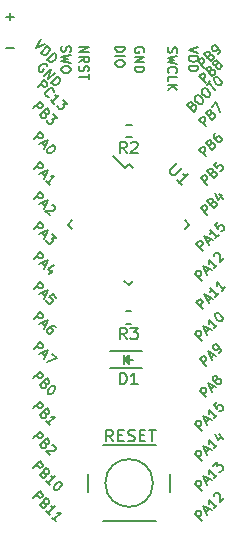
<source format=gto>
G04 #@! TF.FileFunction,Legend,Top*
%FSLAX46Y46*%
G04 Gerber Fmt 4.6, Leading zero omitted, Abs format (unit mm)*
G04 Created by KiCad (PCBNEW 4.0.4+e1-6308~48~ubuntu16.04.1-stable) date Wed Oct 26 20:21:12 2016*
%MOMM*%
%LPD*%
G01*
G04 APERTURE LIST*
%ADD10C,0.101600*%
%ADD11C,0.150000*%
G04 APERTURE END LIST*
D10*
D11*
X197954565Y-122851246D02*
X197388880Y-122285561D01*
X197604379Y-122070061D01*
X197685191Y-122043123D01*
X197739066Y-122043123D01*
X197819878Y-122070061D01*
X197900690Y-122150873D01*
X197927628Y-122231685D01*
X197927628Y-122285560D01*
X197900690Y-122366372D01*
X197685190Y-122581872D01*
X198331688Y-122150873D02*
X198601062Y-121881499D01*
X198439438Y-122366373D02*
X198062315Y-121612126D01*
X198816562Y-121989249D01*
X199301435Y-121504376D02*
X198978186Y-121827625D01*
X199139810Y-121666001D02*
X198574125Y-121100315D01*
X198601062Y-121235001D01*
X198601062Y-121342752D01*
X198574125Y-121423563D01*
X199005123Y-120777066D02*
X199005123Y-120723191D01*
X199032061Y-120642379D01*
X199166748Y-120507692D01*
X199247560Y-120480755D01*
X199301435Y-120480754D01*
X199382247Y-120507692D01*
X199436122Y-120561566D01*
X199489997Y-120669316D01*
X199489997Y-121315814D01*
X199840183Y-120965628D01*
X197954565Y-120311246D02*
X197388880Y-119745561D01*
X197604379Y-119530061D01*
X197685191Y-119503123D01*
X197739066Y-119503123D01*
X197819878Y-119530061D01*
X197900690Y-119610873D01*
X197927628Y-119691685D01*
X197927628Y-119745560D01*
X197900690Y-119826372D01*
X197685190Y-120041872D01*
X198331688Y-119610873D02*
X198601062Y-119341499D01*
X198439438Y-119826373D02*
X198062315Y-119072126D01*
X198816562Y-119449249D01*
X199301435Y-118964376D02*
X198978186Y-119287625D01*
X199139810Y-119126001D02*
X198574125Y-118560315D01*
X198601062Y-118695001D01*
X198601062Y-118802752D01*
X198574125Y-118883563D01*
X198924312Y-118210128D02*
X199274498Y-117859942D01*
X199301435Y-118264004D01*
X199382247Y-118183191D01*
X199463059Y-118156254D01*
X199516934Y-118156253D01*
X199597747Y-118183191D01*
X199732434Y-118317878D01*
X199759371Y-118398690D01*
X199759371Y-118452566D01*
X199732434Y-118533377D01*
X199570809Y-118695002D01*
X199489997Y-118721939D01*
X199436122Y-118721939D01*
X197954565Y-117771246D02*
X197388880Y-117205561D01*
X197604379Y-116990061D01*
X197685191Y-116963123D01*
X197739066Y-116963123D01*
X197819878Y-116990061D01*
X197900690Y-117070873D01*
X197927628Y-117151685D01*
X197927628Y-117205560D01*
X197900690Y-117286372D01*
X197685190Y-117501872D01*
X198331688Y-117070873D02*
X198601062Y-116801499D01*
X198439438Y-117286373D02*
X198062315Y-116532126D01*
X198816562Y-116909249D01*
X199301435Y-116424376D02*
X198978186Y-116747625D01*
X199139810Y-116586001D02*
X198574125Y-116020315D01*
X198601062Y-116155001D01*
X198601062Y-116262752D01*
X198574125Y-116343563D01*
X199409184Y-115562379D02*
X199786308Y-115939503D01*
X199058999Y-115481567D02*
X199328372Y-116020315D01*
X199678558Y-115670128D01*
X197954565Y-115231246D02*
X197388880Y-114665561D01*
X197604379Y-114450061D01*
X197685191Y-114423123D01*
X197739066Y-114423123D01*
X197819878Y-114450061D01*
X197900690Y-114530873D01*
X197927628Y-114611685D01*
X197927628Y-114665560D01*
X197900690Y-114746372D01*
X197685190Y-114961872D01*
X198331688Y-114530873D02*
X198601062Y-114261499D01*
X198439438Y-114746373D02*
X198062315Y-113992126D01*
X198816562Y-114369249D01*
X199301435Y-113884376D02*
X198978186Y-114207625D01*
X199139810Y-114046001D02*
X198574125Y-113480315D01*
X198601062Y-113615001D01*
X198601062Y-113722752D01*
X198574125Y-113803563D01*
X199247561Y-112806880D02*
X198978186Y-113076254D01*
X199220623Y-113372565D01*
X199220623Y-113318690D01*
X199247561Y-113237878D01*
X199382247Y-113103191D01*
X199463059Y-113076254D01*
X199516934Y-113076253D01*
X199597747Y-113103191D01*
X199732434Y-113237878D01*
X199759371Y-113318690D01*
X199759371Y-113372566D01*
X199732434Y-113453377D01*
X199597747Y-113588064D01*
X199516934Y-113615002D01*
X199463059Y-113615001D01*
X198350939Y-112421872D02*
X197785254Y-111856186D01*
X198000753Y-111640687D01*
X198081566Y-111613749D01*
X198135440Y-111613749D01*
X198216253Y-111640687D01*
X198297064Y-111721499D01*
X198324002Y-111802311D01*
X198324002Y-111856185D01*
X198297064Y-111936998D01*
X198081565Y-112152497D01*
X198728063Y-111721499D02*
X198997437Y-111452125D01*
X198835812Y-111936999D02*
X198458689Y-111182751D01*
X199212936Y-111559874D01*
X199159061Y-110967252D02*
X199078249Y-110994190D01*
X199024374Y-110994189D01*
X198943562Y-110967252D01*
X198916625Y-110940315D01*
X198889687Y-110859502D01*
X198889687Y-110805628D01*
X198916625Y-110724815D01*
X199024374Y-110617066D01*
X199105186Y-110590128D01*
X199159061Y-110590128D01*
X199239874Y-110617066D01*
X199266811Y-110644003D01*
X199293748Y-110724815D01*
X199293748Y-110778690D01*
X199266811Y-110859502D01*
X199159061Y-110967252D01*
X199132123Y-111048064D01*
X199132123Y-111101939D01*
X199159061Y-111182751D01*
X199266811Y-111290501D01*
X199347623Y-111317438D01*
X199401498Y-111317439D01*
X199482310Y-111290501D01*
X199590060Y-111182751D01*
X199616997Y-111101939D01*
X199616997Y-111048064D01*
X199590060Y-110967252D01*
X199482310Y-110859502D01*
X199401498Y-110832564D01*
X199347623Y-110832565D01*
X199266811Y-110859502D01*
X198350939Y-109754872D02*
X197785254Y-109189186D01*
X198000753Y-108973687D01*
X198081566Y-108946749D01*
X198135440Y-108946749D01*
X198216253Y-108973687D01*
X198297064Y-109054499D01*
X198324002Y-109135311D01*
X198324002Y-109189185D01*
X198297064Y-109269998D01*
X198081565Y-109485497D01*
X198728063Y-109054499D02*
X198997437Y-108785125D01*
X198835812Y-109269999D02*
X198458689Y-108515751D01*
X199212936Y-108892874D01*
X199428435Y-108677376D02*
X199536185Y-108569626D01*
X199563123Y-108488814D01*
X199563122Y-108434939D01*
X199536185Y-108300252D01*
X199455373Y-108165565D01*
X199239874Y-107950066D01*
X199159061Y-107923128D01*
X199105186Y-107923128D01*
X199024374Y-107950066D01*
X198916625Y-108057815D01*
X198889687Y-108138628D01*
X198889687Y-108192502D01*
X198916625Y-108273315D01*
X199051312Y-108408001D01*
X199132123Y-108434939D01*
X199185999Y-108434939D01*
X199266811Y-108408001D01*
X199374561Y-108300252D01*
X199401498Y-108219440D01*
X199401498Y-108165564D01*
X199374561Y-108084753D01*
X197954565Y-107611246D02*
X197388880Y-107045561D01*
X197604379Y-106830061D01*
X197685191Y-106803123D01*
X197739066Y-106803123D01*
X197819878Y-106830061D01*
X197900690Y-106910873D01*
X197927628Y-106991685D01*
X197927628Y-107045560D01*
X197900690Y-107126372D01*
X197685190Y-107341872D01*
X198331688Y-106910873D02*
X198601062Y-106641499D01*
X198439438Y-107126373D02*
X198062315Y-106372126D01*
X198816562Y-106749249D01*
X199301435Y-106264376D02*
X198978186Y-106587625D01*
X199139810Y-106426001D02*
X198574125Y-105860315D01*
X198601062Y-105995001D01*
X198601062Y-106102752D01*
X198574125Y-106183563D01*
X199085936Y-105348504D02*
X199139811Y-105294629D01*
X199220623Y-105267692D01*
X199274497Y-105267692D01*
X199355310Y-105294629D01*
X199489997Y-105375442D01*
X199624684Y-105510128D01*
X199705496Y-105644815D01*
X199732433Y-105725628D01*
X199732434Y-105779503D01*
X199705496Y-105860315D01*
X199651621Y-105914190D01*
X199570810Y-105941127D01*
X199516934Y-105941127D01*
X199436122Y-105914190D01*
X199301435Y-105833377D01*
X199166748Y-105698690D01*
X199085936Y-105564004D01*
X199058998Y-105483191D01*
X199058999Y-105429316D01*
X199085936Y-105348504D01*
X198081565Y-104944246D02*
X197515880Y-104378561D01*
X197731379Y-104163061D01*
X197812191Y-104136123D01*
X197866066Y-104136123D01*
X197946878Y-104163061D01*
X198027690Y-104243873D01*
X198054628Y-104324685D01*
X198054628Y-104378560D01*
X198027690Y-104459372D01*
X197812190Y-104674872D01*
X198458688Y-104243873D02*
X198728062Y-103974499D01*
X198566438Y-104459373D02*
X198189315Y-103705126D01*
X198943562Y-104082249D01*
X199428435Y-103597376D02*
X199105186Y-103920625D01*
X199266810Y-103759001D02*
X198701125Y-103193315D01*
X198728062Y-103328001D01*
X198728062Y-103435752D01*
X198701125Y-103516563D01*
X199967183Y-103058628D02*
X199643934Y-103381877D01*
X199805558Y-103220253D02*
X199239873Y-102654567D01*
X199266810Y-102789253D01*
X199266810Y-102897004D01*
X199239873Y-102977815D01*
X197954565Y-102531246D02*
X197388880Y-101965561D01*
X197604379Y-101750061D01*
X197685191Y-101723123D01*
X197739066Y-101723123D01*
X197819878Y-101750061D01*
X197900690Y-101830873D01*
X197927628Y-101911685D01*
X197927628Y-101965560D01*
X197900690Y-102046372D01*
X197685190Y-102261872D01*
X198331688Y-101830873D02*
X198601062Y-101561499D01*
X198439438Y-102046373D02*
X198062315Y-101292126D01*
X198816562Y-101669249D01*
X199301435Y-101184376D02*
X198978186Y-101507625D01*
X199139810Y-101346001D02*
X198574125Y-100780315D01*
X198601062Y-100915001D01*
X198601062Y-101022752D01*
X198574125Y-101103563D01*
X199005123Y-100457066D02*
X199005123Y-100403191D01*
X199032061Y-100322379D01*
X199166748Y-100187692D01*
X199247560Y-100160755D01*
X199301435Y-100160754D01*
X199382247Y-100187692D01*
X199436122Y-100241566D01*
X199489997Y-100349316D01*
X199489997Y-100995814D01*
X199840183Y-100645628D01*
X198081565Y-99991246D02*
X197515880Y-99425561D01*
X197731379Y-99210061D01*
X197812191Y-99183123D01*
X197866066Y-99183123D01*
X197946878Y-99210061D01*
X198027690Y-99290873D01*
X198054628Y-99371685D01*
X198054628Y-99425560D01*
X198027690Y-99506372D01*
X197812190Y-99721872D01*
X198458688Y-99290873D02*
X198728062Y-99021499D01*
X198566438Y-99506373D02*
X198189315Y-98752126D01*
X198943562Y-99129249D01*
X199428435Y-98644376D02*
X199105186Y-98967625D01*
X199266810Y-98806001D02*
X198701125Y-98240315D01*
X198728062Y-98375001D01*
X198728062Y-98482752D01*
X198701125Y-98563563D01*
X199374561Y-97566880D02*
X199105186Y-97836254D01*
X199347623Y-98132565D01*
X199347623Y-98078690D01*
X199374561Y-97997878D01*
X199509247Y-97863191D01*
X199590059Y-97836254D01*
X199643934Y-97836253D01*
X199724747Y-97863191D01*
X199859434Y-97997878D01*
X199886371Y-98078690D01*
X199886371Y-98132566D01*
X199859434Y-98213377D01*
X199724747Y-98348064D01*
X199643934Y-98375002D01*
X199590059Y-98375001D01*
X198437533Y-96968278D02*
X197871848Y-96402592D01*
X198087347Y-96187093D01*
X198168159Y-96160155D01*
X198222034Y-96160155D01*
X198302846Y-96187093D01*
X198383658Y-96267905D01*
X198410596Y-96348717D01*
X198410596Y-96402592D01*
X198383658Y-96483404D01*
X198168159Y-96698903D01*
X198895469Y-95917719D02*
X199003219Y-95863843D01*
X199057094Y-95863844D01*
X199137905Y-95890781D01*
X199218718Y-95971594D01*
X199245655Y-96052405D01*
X199245656Y-96106281D01*
X199218718Y-96187093D01*
X199003219Y-96402592D01*
X198437533Y-95836907D01*
X198626095Y-95648345D01*
X198706907Y-95621408D01*
X198760782Y-95621407D01*
X198841595Y-95648345D01*
X198895469Y-95702219D01*
X198922407Y-95783032D01*
X198922406Y-95836907D01*
X198895469Y-95917719D01*
X198706907Y-96106281D01*
X199434216Y-95217346D02*
X199811341Y-95594470D01*
X199084031Y-95136535D02*
X199353405Y-95675282D01*
X199703591Y-95325096D01*
X198437533Y-94428278D02*
X197871848Y-93862592D01*
X198087347Y-93647093D01*
X198168159Y-93620155D01*
X198222034Y-93620155D01*
X198302846Y-93647093D01*
X198383658Y-93727905D01*
X198410596Y-93808717D01*
X198410596Y-93862592D01*
X198383658Y-93943404D01*
X198168159Y-94158903D01*
X198895469Y-93377719D02*
X199003219Y-93323843D01*
X199057094Y-93323844D01*
X199137905Y-93350781D01*
X199218718Y-93431594D01*
X199245655Y-93512405D01*
X199245656Y-93566281D01*
X199218718Y-93647093D01*
X199003219Y-93862592D01*
X198437533Y-93296907D01*
X198626095Y-93108345D01*
X198706907Y-93081408D01*
X198760782Y-93081407D01*
X198841595Y-93108345D01*
X198895469Y-93162219D01*
X198922407Y-93243032D01*
X198922406Y-93296907D01*
X198895469Y-93377719D01*
X198706907Y-93566281D01*
X199272593Y-92461847D02*
X199003219Y-92731222D01*
X199245655Y-93027532D01*
X199245655Y-92973658D01*
X199272593Y-92892846D01*
X199407280Y-92758159D01*
X199488092Y-92731222D01*
X199541967Y-92731221D01*
X199622779Y-92758159D01*
X199757466Y-92892846D01*
X199784403Y-92973657D01*
X199784403Y-93027533D01*
X199757466Y-93108345D01*
X199622779Y-93243032D01*
X199541967Y-93269970D01*
X199488092Y-93269969D01*
X184340532Y-82120973D02*
X183963409Y-82875220D01*
X184717657Y-82498097D01*
X184340532Y-83252343D02*
X184906218Y-82686658D01*
X185040905Y-82821345D01*
X185094780Y-82929095D01*
X185094781Y-83036844D01*
X185067843Y-83117657D01*
X184987030Y-83252343D01*
X184906218Y-83333156D01*
X184771531Y-83413968D01*
X184690719Y-83440905D01*
X184582969Y-83440905D01*
X184475219Y-83387030D01*
X184340532Y-83252343D01*
X184906218Y-83818029D02*
X185471903Y-83252343D01*
X185606590Y-83387030D01*
X185660465Y-83494780D01*
X185660466Y-83602530D01*
X185633528Y-83683342D01*
X185552716Y-83818029D01*
X185471903Y-83898841D01*
X185337216Y-83979654D01*
X185256405Y-84006591D01*
X185148654Y-84006591D01*
X185040905Y-83952716D01*
X184906218Y-83818029D01*
X198310533Y-92015278D02*
X197744848Y-91449592D01*
X197960347Y-91234093D01*
X198041159Y-91207155D01*
X198095034Y-91207155D01*
X198175846Y-91234093D01*
X198256658Y-91314905D01*
X198283596Y-91395717D01*
X198283596Y-91449592D01*
X198256658Y-91530404D01*
X198041159Y-91745903D01*
X198768469Y-90964719D02*
X198876219Y-90910843D01*
X198930094Y-90910844D01*
X199010905Y-90937781D01*
X199091718Y-91018594D01*
X199118655Y-91099405D01*
X199118656Y-91153281D01*
X199091718Y-91234093D01*
X198876219Y-91449592D01*
X198310533Y-90883907D01*
X198499095Y-90695345D01*
X198579907Y-90668408D01*
X198633782Y-90668407D01*
X198714595Y-90695345D01*
X198768469Y-90749219D01*
X198795407Y-90830032D01*
X198795406Y-90883907D01*
X198768469Y-90964719D01*
X198579907Y-91153281D01*
X199118655Y-90075785D02*
X199010905Y-90183535D01*
X198983968Y-90264346D01*
X198983968Y-90318221D01*
X199010905Y-90452908D01*
X199091718Y-90587595D01*
X199307217Y-90803095D01*
X199388029Y-90830032D01*
X199441904Y-90830032D01*
X199522716Y-90803095D01*
X199630466Y-90695345D01*
X199657403Y-90614533D01*
X199657403Y-90560657D01*
X199630466Y-90479846D01*
X199495779Y-90345159D01*
X199414967Y-90318221D01*
X199361092Y-90318222D01*
X199280280Y-90345159D01*
X199172530Y-90452908D01*
X199145592Y-90533721D01*
X199145592Y-90587595D01*
X199172530Y-90668408D01*
X198310533Y-89475278D02*
X197744848Y-88909592D01*
X197960347Y-88694093D01*
X198041159Y-88667155D01*
X198095034Y-88667155D01*
X198175846Y-88694093D01*
X198256658Y-88774905D01*
X198283596Y-88855717D01*
X198283596Y-88909592D01*
X198256658Y-88990404D01*
X198041159Y-89205903D01*
X198768469Y-88424719D02*
X198876219Y-88370843D01*
X198930094Y-88370844D01*
X199010905Y-88397781D01*
X199091718Y-88478594D01*
X199118655Y-88559405D01*
X199118656Y-88613281D01*
X199091718Y-88694093D01*
X198876219Y-88909592D01*
X198310533Y-88343907D01*
X198499095Y-88155345D01*
X198579907Y-88128408D01*
X198633782Y-88128407D01*
X198714595Y-88155345D01*
X198768469Y-88209219D01*
X198795407Y-88290032D01*
X198795406Y-88343907D01*
X198768469Y-88424719D01*
X198579907Y-88613281D01*
X198822344Y-87832096D02*
X199199468Y-87454973D01*
X199522716Y-88263095D01*
X197169504Y-87737683D02*
X197277254Y-87683808D01*
X197331129Y-87683809D01*
X197411941Y-87710746D01*
X197492753Y-87791558D01*
X197519690Y-87872370D01*
X197519691Y-87926245D01*
X197492753Y-88007058D01*
X197277254Y-88222557D01*
X196711569Y-87656872D01*
X196900131Y-87468310D01*
X196980942Y-87441372D01*
X197034817Y-87441372D01*
X197115630Y-87468310D01*
X197169504Y-87522184D01*
X197196442Y-87602996D01*
X197196442Y-87656872D01*
X197169504Y-87737683D01*
X196980942Y-87926245D01*
X197385004Y-86983437D02*
X197492753Y-86875687D01*
X197573566Y-86848749D01*
X197681315Y-86848749D01*
X197816001Y-86929561D01*
X198004563Y-87118123D01*
X198085376Y-87252810D01*
X198085377Y-87360560D01*
X198058439Y-87441372D01*
X197950689Y-87549122D01*
X197869877Y-87576059D01*
X197762127Y-87576059D01*
X197627440Y-87495247D01*
X197438878Y-87306685D01*
X197358066Y-87171998D01*
X197358066Y-87064248D01*
X197385004Y-86983437D01*
X197977626Y-86390814D02*
X198085376Y-86283064D01*
X198166188Y-86256126D01*
X198273937Y-86256126D01*
X198408624Y-86336939D01*
X198597186Y-86525501D01*
X198677999Y-86660188D01*
X198677999Y-86767937D01*
X198651061Y-86848750D01*
X198543312Y-86956499D01*
X198462500Y-86983437D01*
X198354750Y-86983437D01*
X198220063Y-86902624D01*
X198031501Y-86714062D01*
X197950688Y-86579375D01*
X197950689Y-86471626D01*
X197977626Y-86390814D01*
X198381687Y-85986753D02*
X198704936Y-85663504D01*
X199108997Y-86390814D02*
X198543312Y-85825128D01*
X199001247Y-85367193D02*
X199055123Y-85313317D01*
X199135934Y-85286380D01*
X199189809Y-85286380D01*
X199270622Y-85313317D01*
X199405309Y-85394130D01*
X199539996Y-85528817D01*
X199620808Y-85663504D01*
X199647745Y-85744316D01*
X199647745Y-85798191D01*
X199620808Y-85879003D01*
X199566933Y-85932878D01*
X199486121Y-85959815D01*
X199432245Y-85959815D01*
X199351434Y-85932878D01*
X199216747Y-85852066D01*
X199082060Y-85717379D01*
X199001247Y-85582692D01*
X198974310Y-85501880D01*
X198974310Y-85448004D01*
X199001247Y-85367193D01*
X198310533Y-85792278D02*
X197744848Y-85226592D01*
X197960347Y-85011093D01*
X198041159Y-84984155D01*
X198095034Y-84984155D01*
X198175846Y-85011093D01*
X198256658Y-85091905D01*
X198283596Y-85172717D01*
X198283596Y-85226592D01*
X198256658Y-85307404D01*
X198041159Y-85522903D01*
X198768469Y-84741719D02*
X198876219Y-84687843D01*
X198930094Y-84687844D01*
X199010905Y-84714781D01*
X199091718Y-84795594D01*
X199118655Y-84876405D01*
X199118656Y-84930281D01*
X199091718Y-85011093D01*
X198876219Y-85226592D01*
X198310533Y-84660907D01*
X198499095Y-84472345D01*
X198579907Y-84445408D01*
X198633782Y-84445407D01*
X198714595Y-84472345D01*
X198768469Y-84526219D01*
X198795407Y-84607032D01*
X198795406Y-84660907D01*
X198768469Y-84741719D01*
X198579907Y-84930281D01*
X199199468Y-84256846D02*
X199118655Y-84283784D01*
X199064780Y-84283783D01*
X198983968Y-84256846D01*
X198957031Y-84229908D01*
X198930093Y-84149096D01*
X198930093Y-84095222D01*
X198957031Y-84014409D01*
X199064781Y-83906659D01*
X199145592Y-83879722D01*
X199199468Y-83879722D01*
X199280280Y-83906659D01*
X199307217Y-83933597D01*
X199334154Y-84014408D01*
X199334154Y-84068284D01*
X199307217Y-84149096D01*
X199199468Y-84256846D01*
X199172530Y-84337658D01*
X199172530Y-84391532D01*
X199199468Y-84472345D01*
X199307217Y-84580095D01*
X199388029Y-84607032D01*
X199441904Y-84607032D01*
X199522716Y-84580095D01*
X199630466Y-84472345D01*
X199657403Y-84391533D01*
X199657403Y-84337657D01*
X199630466Y-84256846D01*
X199522716Y-84149096D01*
X199441904Y-84122158D01*
X199388029Y-84122159D01*
X199307217Y-84149096D01*
X198183533Y-84522278D02*
X197617848Y-83956592D01*
X197833347Y-83741093D01*
X197914159Y-83714155D01*
X197968034Y-83714155D01*
X198048846Y-83741093D01*
X198129658Y-83821905D01*
X198156596Y-83902717D01*
X198156596Y-83956592D01*
X198129658Y-84037404D01*
X197914159Y-84252903D01*
X198641469Y-83471719D02*
X198749219Y-83417843D01*
X198803094Y-83417844D01*
X198883905Y-83444781D01*
X198964718Y-83525594D01*
X198991655Y-83606405D01*
X198991656Y-83660281D01*
X198964718Y-83741093D01*
X198749219Y-83956592D01*
X198183533Y-83390907D01*
X198372095Y-83202345D01*
X198452907Y-83175408D01*
X198506782Y-83175407D01*
X198587595Y-83202345D01*
X198641469Y-83256219D01*
X198668407Y-83337032D01*
X198668406Y-83390907D01*
X198641469Y-83471719D01*
X198452907Y-83660281D01*
X199341841Y-83363970D02*
X199449591Y-83256220D01*
X199476529Y-83175408D01*
X199476528Y-83121532D01*
X199449592Y-82986846D01*
X199368779Y-82852159D01*
X199153280Y-82636659D01*
X199072468Y-82609722D01*
X199018592Y-82609722D01*
X198937781Y-82636659D01*
X198830031Y-82744409D01*
X198803093Y-82825222D01*
X198803093Y-82879096D01*
X198830031Y-82959908D01*
X198964718Y-83094595D01*
X199045530Y-83121532D01*
X199099405Y-83121533D01*
X199180217Y-83094595D01*
X199287967Y-82986846D01*
X199314904Y-82906034D01*
X199314904Y-82852158D01*
X199287967Y-82771346D01*
X181432238Y-82861143D02*
X182041762Y-82861143D01*
X197669095Y-82753333D02*
X196869095Y-83020000D01*
X197669095Y-83286667D01*
X196869095Y-83553333D02*
X197669095Y-83553333D01*
X197669095Y-83743809D01*
X197631000Y-83858095D01*
X197554810Y-83934286D01*
X197478619Y-83972381D01*
X197326238Y-84010476D01*
X197211952Y-84010476D01*
X197059571Y-83972381D01*
X196983381Y-83934286D01*
X196907190Y-83858095D01*
X196869095Y-83743809D01*
X196869095Y-83553333D01*
X196869095Y-84353333D02*
X197669095Y-84353333D01*
X197669095Y-84543809D01*
X197631000Y-84658095D01*
X197554810Y-84734286D01*
X197478619Y-84772381D01*
X197326238Y-84810476D01*
X197211952Y-84810476D01*
X197059571Y-84772381D01*
X196983381Y-84734286D01*
X196907190Y-84658095D01*
X196869095Y-84543809D01*
X196869095Y-84353333D01*
X193059000Y-83210477D02*
X193097095Y-83134286D01*
X193097095Y-83020001D01*
X193059000Y-82905715D01*
X192982810Y-82829524D01*
X192906619Y-82791429D01*
X192754238Y-82753334D01*
X192639952Y-82753334D01*
X192487571Y-82791429D01*
X192411381Y-82829524D01*
X192335190Y-82905715D01*
X192297095Y-83020001D01*
X192297095Y-83096191D01*
X192335190Y-83210477D01*
X192373286Y-83248572D01*
X192639952Y-83248572D01*
X192639952Y-83096191D01*
X192297095Y-83591429D02*
X193097095Y-83591429D01*
X192297095Y-84048572D01*
X193097095Y-84048572D01*
X192297095Y-84429524D02*
X193097095Y-84429524D01*
X193097095Y-84620000D01*
X193059000Y-84734286D01*
X192982810Y-84810477D01*
X192906619Y-84848572D01*
X192754238Y-84886667D01*
X192639952Y-84886667D01*
X192487571Y-84848572D01*
X192411381Y-84810477D01*
X192335190Y-84734286D01*
X192297095Y-84620000D01*
X192297095Y-84429524D01*
X195129190Y-82772476D02*
X195091095Y-82886762D01*
X195091095Y-83077238D01*
X195129190Y-83153428D01*
X195167286Y-83191524D01*
X195243476Y-83229619D01*
X195319667Y-83229619D01*
X195395857Y-83191524D01*
X195433952Y-83153428D01*
X195472048Y-83077238D01*
X195510143Y-82924857D01*
X195548238Y-82848666D01*
X195586333Y-82810571D01*
X195662524Y-82772476D01*
X195738714Y-82772476D01*
X195814905Y-82810571D01*
X195853000Y-82848666D01*
X195891095Y-82924857D01*
X195891095Y-83115333D01*
X195853000Y-83229619D01*
X195891095Y-83496286D02*
X195091095Y-83686762D01*
X195662524Y-83839143D01*
X195091095Y-83991524D01*
X195891095Y-84182000D01*
X195167286Y-84943905D02*
X195129190Y-84905810D01*
X195091095Y-84791524D01*
X195091095Y-84715334D01*
X195129190Y-84601048D01*
X195205381Y-84524857D01*
X195281571Y-84486762D01*
X195433952Y-84448667D01*
X195548238Y-84448667D01*
X195700619Y-84486762D01*
X195776810Y-84524857D01*
X195853000Y-84601048D01*
X195891095Y-84715334D01*
X195891095Y-84791524D01*
X195853000Y-84905810D01*
X195814905Y-84943905D01*
X195091095Y-85667715D02*
X195091095Y-85286762D01*
X195891095Y-85286762D01*
X195091095Y-85934381D02*
X195891095Y-85934381D01*
X195091095Y-86391524D02*
X195548238Y-86048667D01*
X195891095Y-86391524D02*
X195433952Y-85934381D01*
X190646095Y-82746953D02*
X191446095Y-82746953D01*
X191446095Y-82937429D01*
X191408000Y-83051715D01*
X191331810Y-83127906D01*
X191255619Y-83166001D01*
X191103238Y-83204096D01*
X190988952Y-83204096D01*
X190836571Y-83166001D01*
X190760381Y-83127906D01*
X190684190Y-83051715D01*
X190646095Y-82937429D01*
X190646095Y-82746953D01*
X190646095Y-83546953D02*
X191446095Y-83546953D01*
X191446095Y-84080286D02*
X191446095Y-84232667D01*
X191408000Y-84308858D01*
X191331810Y-84385048D01*
X191179429Y-84423143D01*
X190912762Y-84423143D01*
X190760381Y-84385048D01*
X190684190Y-84308858D01*
X190646095Y-84232667D01*
X190646095Y-84080286D01*
X190684190Y-84004096D01*
X190760381Y-83927905D01*
X190912762Y-83889810D01*
X191179429Y-83889810D01*
X191331810Y-83927905D01*
X191408000Y-84004096D01*
X191446095Y-84080286D01*
X187598095Y-82759714D02*
X188398095Y-82759714D01*
X187598095Y-83216857D01*
X188398095Y-83216857D01*
X187598095Y-84054952D02*
X187979048Y-83788285D01*
X187598095Y-83597809D02*
X188398095Y-83597809D01*
X188398095Y-83902571D01*
X188360000Y-83978762D01*
X188321905Y-84016857D01*
X188245714Y-84054952D01*
X188131429Y-84054952D01*
X188055238Y-84016857D01*
X188017143Y-83978762D01*
X187979048Y-83902571D01*
X187979048Y-83597809D01*
X187636190Y-84359714D02*
X187598095Y-84474000D01*
X187598095Y-84664476D01*
X187636190Y-84740666D01*
X187674286Y-84778762D01*
X187750476Y-84816857D01*
X187826667Y-84816857D01*
X187902857Y-84778762D01*
X187940952Y-84740666D01*
X187979048Y-84664476D01*
X188017143Y-84512095D01*
X188055238Y-84435904D01*
X188093333Y-84397809D01*
X188169524Y-84359714D01*
X188245714Y-84359714D01*
X188321905Y-84397809D01*
X188360000Y-84435904D01*
X188398095Y-84512095D01*
X188398095Y-84702571D01*
X188360000Y-84816857D01*
X188398095Y-85045428D02*
X188398095Y-85502571D01*
X187598095Y-85274000D02*
X188398095Y-85274000D01*
X186112190Y-82715238D02*
X186074095Y-82829524D01*
X186074095Y-83020000D01*
X186112190Y-83096190D01*
X186150286Y-83134286D01*
X186226476Y-83172381D01*
X186302667Y-83172381D01*
X186378857Y-83134286D01*
X186416952Y-83096190D01*
X186455048Y-83020000D01*
X186493143Y-82867619D01*
X186531238Y-82791428D01*
X186569333Y-82753333D01*
X186645524Y-82715238D01*
X186721714Y-82715238D01*
X186797905Y-82753333D01*
X186836000Y-82791428D01*
X186874095Y-82867619D01*
X186874095Y-83058095D01*
X186836000Y-83172381D01*
X186874095Y-83439048D02*
X186074095Y-83629524D01*
X186645524Y-83781905D01*
X186074095Y-83934286D01*
X186874095Y-84124762D01*
X186874095Y-84581905D02*
X186874095Y-84734286D01*
X186836000Y-84810477D01*
X186759810Y-84886667D01*
X186607429Y-84924762D01*
X186340762Y-84924762D01*
X186188381Y-84886667D01*
X186112190Y-84810477D01*
X186074095Y-84734286D01*
X186074095Y-84581905D01*
X186112190Y-84505715D01*
X186188381Y-84429524D01*
X186340762Y-84391429D01*
X186607429Y-84391429D01*
X186759810Y-84429524D01*
X186836000Y-84505715D01*
X186874095Y-84581905D01*
X181432238Y-80194143D02*
X182041762Y-80194143D01*
X181737000Y-80498905D02*
X181737000Y-79889381D01*
X184890845Y-84376159D02*
X184863907Y-84295347D01*
X184783095Y-84214535D01*
X184675346Y-84160660D01*
X184567596Y-84160659D01*
X184486784Y-84187597D01*
X184352097Y-84268410D01*
X184271284Y-84349222D01*
X184190472Y-84483909D01*
X184163535Y-84564721D01*
X184163535Y-84672471D01*
X184217410Y-84780221D01*
X184271284Y-84834095D01*
X184379034Y-84887970D01*
X184432909Y-84887970D01*
X184621470Y-84699408D01*
X184513721Y-84591659D01*
X184621470Y-85184281D02*
X185187156Y-84618596D01*
X184944719Y-85507530D01*
X185510405Y-84941845D01*
X185214093Y-85776904D02*
X185779778Y-85211219D01*
X185914465Y-85345905D01*
X185968341Y-85453655D01*
X185968341Y-85561405D01*
X185941403Y-85642217D01*
X185860591Y-85776904D01*
X185779778Y-85857716D01*
X185645092Y-85938529D01*
X185564280Y-85965466D01*
X185456530Y-85965466D01*
X185348780Y-85911591D01*
X185214093Y-85776904D01*
X184067348Y-86154159D02*
X184633033Y-85588473D01*
X184848532Y-85803973D01*
X184875470Y-85884785D01*
X184875470Y-85938659D01*
X184848532Y-86019472D01*
X184767721Y-86100284D01*
X184686908Y-86127222D01*
X184633034Y-86127222D01*
X184552222Y-86100284D01*
X184336722Y-85884784D01*
X185010157Y-86989218D02*
X184956282Y-86989219D01*
X184848532Y-86935343D01*
X184794658Y-86881469D01*
X184740783Y-86773719D01*
X184740783Y-86665969D01*
X184767720Y-86585157D01*
X184848532Y-86450470D01*
X184929345Y-86369658D01*
X185064032Y-86288846D01*
X185144844Y-86261908D01*
X185252594Y-86261908D01*
X185360343Y-86315784D01*
X185414218Y-86369658D01*
X185468093Y-86477408D01*
X185468093Y-86531282D01*
X185495030Y-87581841D02*
X185171781Y-87258592D01*
X185333405Y-87420216D02*
X185899091Y-86854531D01*
X185764405Y-86881468D01*
X185656654Y-86881468D01*
X185575843Y-86854531D01*
X186249278Y-87204718D02*
X186599464Y-87554904D01*
X186195403Y-87581841D01*
X186276215Y-87662654D01*
X186303152Y-87743465D01*
X186303153Y-87797341D01*
X186276215Y-87878153D01*
X186141528Y-88012840D01*
X186060716Y-88039777D01*
X186006841Y-88039777D01*
X185926029Y-88012840D01*
X185764404Y-87851215D01*
X185737467Y-87770403D01*
X185737468Y-87716528D01*
X183701722Y-87947533D02*
X184267408Y-87381848D01*
X184482907Y-87597347D01*
X184509845Y-87678159D01*
X184509845Y-87732034D01*
X184482907Y-87812846D01*
X184402095Y-87893658D01*
X184321283Y-87920596D01*
X184267408Y-87920596D01*
X184186596Y-87893658D01*
X183971097Y-87678159D01*
X184752281Y-88405469D02*
X184806157Y-88513219D01*
X184806156Y-88567094D01*
X184779219Y-88647905D01*
X184698406Y-88728718D01*
X184617595Y-88755655D01*
X184563719Y-88755656D01*
X184482907Y-88728718D01*
X184267408Y-88513219D01*
X184833093Y-87947533D01*
X185021655Y-88136095D01*
X185048592Y-88216907D01*
X185048593Y-88270782D01*
X185021655Y-88351595D01*
X184967781Y-88405469D01*
X184886968Y-88432407D01*
X184833093Y-88432406D01*
X184752281Y-88405469D01*
X184563719Y-88216907D01*
X185344904Y-88459344D02*
X185695090Y-88809530D01*
X185291029Y-88836468D01*
X185371841Y-88917280D01*
X185398778Y-88998092D01*
X185398779Y-89051967D01*
X185371841Y-89132779D01*
X185237154Y-89267466D01*
X185156343Y-89294403D01*
X185102467Y-89294403D01*
X185021655Y-89267466D01*
X184860030Y-89105841D01*
X184833093Y-89025030D01*
X184833094Y-88971154D01*
X183686348Y-120952159D02*
X184252033Y-120386473D01*
X184467532Y-120601973D01*
X184494470Y-120682785D01*
X184494470Y-120736659D01*
X184467532Y-120817472D01*
X184386721Y-120898284D01*
X184305908Y-120925222D01*
X184252034Y-120925222D01*
X184171222Y-120898284D01*
X183955722Y-120682784D01*
X184736907Y-121410095D02*
X184790782Y-121517844D01*
X184790781Y-121571719D01*
X184763844Y-121652531D01*
X184683032Y-121733343D01*
X184602220Y-121760281D01*
X184548345Y-121760281D01*
X184467532Y-121733343D01*
X184252033Y-121517844D01*
X184817719Y-120952159D01*
X185006281Y-121140721D01*
X185033218Y-121221532D01*
X185033219Y-121275408D01*
X185006281Y-121356220D01*
X184952406Y-121410095D01*
X184871594Y-121437032D01*
X184817719Y-121437032D01*
X184736907Y-121410095D01*
X184548345Y-121221532D01*
X185114030Y-122379841D02*
X184790781Y-122056592D01*
X184952405Y-122218216D02*
X185518091Y-121652531D01*
X185383405Y-121679468D01*
X185275654Y-121679468D01*
X185194843Y-121652531D01*
X185652778Y-122918589D02*
X185329530Y-122595341D01*
X185491154Y-122756965D02*
X186056839Y-122191279D01*
X185922153Y-122218216D01*
X185814403Y-122218216D01*
X185733591Y-122191279D01*
X183686348Y-118412159D02*
X184252033Y-117846473D01*
X184467532Y-118061973D01*
X184494470Y-118142785D01*
X184494470Y-118196659D01*
X184467532Y-118277472D01*
X184386721Y-118358284D01*
X184305908Y-118385222D01*
X184252034Y-118385222D01*
X184171222Y-118358284D01*
X183955722Y-118142784D01*
X184736907Y-118870095D02*
X184790782Y-118977844D01*
X184790781Y-119031719D01*
X184763844Y-119112531D01*
X184683032Y-119193343D01*
X184602220Y-119220281D01*
X184548345Y-119220281D01*
X184467532Y-119193343D01*
X184252033Y-118977844D01*
X184817719Y-118412159D01*
X185006281Y-118600721D01*
X185033218Y-118681532D01*
X185033219Y-118735408D01*
X185006281Y-118816220D01*
X184952406Y-118870095D01*
X184871594Y-118897032D01*
X184817719Y-118897032D01*
X184736907Y-118870095D01*
X184548345Y-118681532D01*
X185114030Y-119839841D02*
X184790781Y-119516592D01*
X184952405Y-119678216D02*
X185518091Y-119112531D01*
X185383405Y-119139468D01*
X185275654Y-119139468D01*
X185194843Y-119112531D01*
X186029902Y-119624342D02*
X186083777Y-119678217D01*
X186110714Y-119759029D01*
X186110714Y-119812903D01*
X186083777Y-119893716D01*
X186002965Y-120028403D01*
X185868278Y-120163090D01*
X185733591Y-120243903D01*
X185652778Y-120270839D01*
X185598903Y-120270840D01*
X185518092Y-120243903D01*
X185464216Y-120190027D01*
X185437279Y-120109216D01*
X185437279Y-120055340D01*
X185464216Y-119974528D01*
X185545029Y-119839841D01*
X185679716Y-119705154D01*
X185814403Y-119624342D01*
X185895215Y-119597404D01*
X185949090Y-119597405D01*
X186029902Y-119624342D01*
X183701722Y-115887533D02*
X184267408Y-115321848D01*
X184482907Y-115537347D01*
X184509845Y-115618159D01*
X184509845Y-115672034D01*
X184482907Y-115752846D01*
X184402095Y-115833658D01*
X184321283Y-115860596D01*
X184267408Y-115860596D01*
X184186596Y-115833658D01*
X183971097Y-115618159D01*
X184752281Y-116345469D02*
X184806157Y-116453219D01*
X184806156Y-116507094D01*
X184779219Y-116587905D01*
X184698406Y-116668718D01*
X184617595Y-116695655D01*
X184563719Y-116695656D01*
X184482907Y-116668718D01*
X184267408Y-116453219D01*
X184833093Y-115887533D01*
X185021655Y-116076095D01*
X185048592Y-116156907D01*
X185048593Y-116210782D01*
X185021655Y-116291595D01*
X184967781Y-116345469D01*
X184886968Y-116372407D01*
X184833093Y-116372406D01*
X184752281Y-116345469D01*
X184563719Y-116156907D01*
X185317967Y-116480156D02*
X185371841Y-116480156D01*
X185452654Y-116507094D01*
X185587341Y-116641781D01*
X185614278Y-116722592D01*
X185614278Y-116776468D01*
X185587341Y-116857280D01*
X185533466Y-116911154D01*
X185425716Y-116965030D01*
X184779219Y-116965030D01*
X185129405Y-117315216D01*
X183701722Y-113347533D02*
X184267408Y-112781848D01*
X184482907Y-112997347D01*
X184509845Y-113078159D01*
X184509845Y-113132034D01*
X184482907Y-113212846D01*
X184402095Y-113293658D01*
X184321283Y-113320596D01*
X184267408Y-113320596D01*
X184186596Y-113293658D01*
X183971097Y-113078159D01*
X184752281Y-113805469D02*
X184806157Y-113913219D01*
X184806156Y-113967094D01*
X184779219Y-114047905D01*
X184698406Y-114128718D01*
X184617595Y-114155655D01*
X184563719Y-114155656D01*
X184482907Y-114128718D01*
X184267408Y-113913219D01*
X184833093Y-113347533D01*
X185021655Y-113536095D01*
X185048592Y-113616907D01*
X185048593Y-113670782D01*
X185021655Y-113751595D01*
X184967781Y-113805469D01*
X184886968Y-113832407D01*
X184833093Y-113832406D01*
X184752281Y-113805469D01*
X184563719Y-113616907D01*
X185129405Y-114775216D02*
X184806156Y-114451967D01*
X184967780Y-114613591D02*
X185533465Y-114047905D01*
X185398779Y-114074843D01*
X185291029Y-114074843D01*
X185210217Y-114047905D01*
X183701722Y-110807533D02*
X184267408Y-110241848D01*
X184482907Y-110457347D01*
X184509845Y-110538159D01*
X184509845Y-110592034D01*
X184482907Y-110672846D01*
X184402095Y-110753658D01*
X184321283Y-110780596D01*
X184267408Y-110780596D01*
X184186596Y-110753658D01*
X183971097Y-110538159D01*
X184752281Y-111265469D02*
X184806157Y-111373219D01*
X184806156Y-111427094D01*
X184779219Y-111507905D01*
X184698406Y-111588718D01*
X184617595Y-111615655D01*
X184563719Y-111615656D01*
X184482907Y-111588718D01*
X184267408Y-111373219D01*
X184833093Y-110807533D01*
X185021655Y-110996095D01*
X185048592Y-111076907D01*
X185048593Y-111130782D01*
X185021655Y-111211595D01*
X184967781Y-111265469D01*
X184886968Y-111292407D01*
X184833093Y-111292406D01*
X184752281Y-111265469D01*
X184563719Y-111076907D01*
X185506528Y-111480968D02*
X185560403Y-111534843D01*
X185587341Y-111615655D01*
X185587341Y-111669530D01*
X185560403Y-111750343D01*
X185479591Y-111885030D01*
X185344904Y-112019716D01*
X185210217Y-112100529D01*
X185129405Y-112127465D01*
X185075530Y-112127466D01*
X184994718Y-112100529D01*
X184940843Y-112046654D01*
X184913905Y-111965842D01*
X184913905Y-111911966D01*
X184940843Y-111831154D01*
X185021655Y-111696468D01*
X185156342Y-111561781D01*
X185291029Y-111480968D01*
X185371841Y-111454030D01*
X185425716Y-111454031D01*
X185506528Y-111480968D01*
X183742128Y-108307939D02*
X184307814Y-107742254D01*
X184523313Y-107957753D01*
X184550251Y-108038566D01*
X184550251Y-108092440D01*
X184523313Y-108173253D01*
X184442501Y-108254064D01*
X184361689Y-108281002D01*
X184307815Y-108281002D01*
X184227002Y-108254064D01*
X184011503Y-108038565D01*
X184442501Y-108685063D02*
X184711875Y-108954437D01*
X184227001Y-108792812D02*
X184981249Y-108415689D01*
X184604126Y-109169936D01*
X185304498Y-108738938D02*
X185681621Y-109116061D01*
X184873499Y-109439310D01*
X183742128Y-105767939D02*
X184307814Y-105202254D01*
X184523313Y-105417753D01*
X184550251Y-105498566D01*
X184550251Y-105552440D01*
X184523313Y-105633253D01*
X184442501Y-105714064D01*
X184361689Y-105741002D01*
X184307815Y-105741002D01*
X184227002Y-105714064D01*
X184011503Y-105498565D01*
X184442501Y-106145063D02*
X184711875Y-106414437D01*
X184227001Y-106252812D02*
X184981249Y-105875689D01*
X184604126Y-106629936D01*
X185600809Y-106495249D02*
X185493059Y-106387499D01*
X185412247Y-106360562D01*
X185358373Y-106360562D01*
X185223685Y-106387499D01*
X185088999Y-106468312D01*
X184873499Y-106683811D01*
X184846562Y-106764623D01*
X184846561Y-106818498D01*
X184873499Y-106899310D01*
X184981249Y-107007060D01*
X185062061Y-107033997D01*
X185115936Y-107033997D01*
X185196748Y-107007060D01*
X185331435Y-106872373D01*
X185358373Y-106791561D01*
X185358372Y-106737685D01*
X185331435Y-106656874D01*
X185223685Y-106549124D01*
X185142873Y-106522186D01*
X185088999Y-106522186D01*
X185008186Y-106549124D01*
X183742128Y-103227939D02*
X184307814Y-102662254D01*
X184523313Y-102877753D01*
X184550251Y-102958566D01*
X184550251Y-103012440D01*
X184523313Y-103093253D01*
X184442501Y-103174064D01*
X184361689Y-103201002D01*
X184307815Y-103201002D01*
X184227002Y-103174064D01*
X184011503Y-102958565D01*
X184442501Y-103605063D02*
X184711875Y-103874437D01*
X184227001Y-103712812D02*
X184981249Y-103335689D01*
X184604126Y-104089936D01*
X185627747Y-103982187D02*
X185358372Y-103712812D01*
X185062061Y-103955249D01*
X185115936Y-103955249D01*
X185196748Y-103982187D01*
X185331435Y-104116874D01*
X185358372Y-104197685D01*
X185358373Y-104251561D01*
X185331435Y-104332373D01*
X185196748Y-104467060D01*
X185115936Y-104493997D01*
X185062061Y-104493997D01*
X184981249Y-104467060D01*
X184846562Y-104332373D01*
X184819624Y-104251561D01*
X184819625Y-104197685D01*
X183742128Y-100687939D02*
X184307814Y-100122254D01*
X184523313Y-100337753D01*
X184550251Y-100418566D01*
X184550251Y-100472440D01*
X184523313Y-100553253D01*
X184442501Y-100634064D01*
X184361689Y-100661002D01*
X184307815Y-100661002D01*
X184227002Y-100634064D01*
X184011503Y-100418565D01*
X184442501Y-101065063D02*
X184711875Y-101334437D01*
X184227001Y-101172812D02*
X184981249Y-100795689D01*
X184604126Y-101549936D01*
X185412247Y-101603810D02*
X185035123Y-101980934D01*
X185493059Y-101253625D02*
X184954312Y-101522999D01*
X185304498Y-101873185D01*
X183742128Y-98147939D02*
X184307814Y-97582254D01*
X184523313Y-97797753D01*
X184550251Y-97878566D01*
X184550251Y-97932440D01*
X184523313Y-98013253D01*
X184442501Y-98094064D01*
X184361689Y-98121002D01*
X184307815Y-98121002D01*
X184227002Y-98094064D01*
X184011503Y-97878565D01*
X184442501Y-98525063D02*
X184711875Y-98794437D01*
X184227001Y-98632812D02*
X184981249Y-98255689D01*
X184604126Y-99009936D01*
X185304498Y-98578938D02*
X185654684Y-98929124D01*
X185250623Y-98956061D01*
X185331435Y-99036874D01*
X185358372Y-99117685D01*
X185358373Y-99171561D01*
X185331435Y-99252373D01*
X185196748Y-99387060D01*
X185115936Y-99413997D01*
X185062061Y-99413997D01*
X184981249Y-99387060D01*
X184819624Y-99225435D01*
X184792687Y-99144623D01*
X184792688Y-99090748D01*
X183742128Y-95607939D02*
X184307814Y-95042254D01*
X184523313Y-95257753D01*
X184550251Y-95338566D01*
X184550251Y-95392440D01*
X184523313Y-95473253D01*
X184442501Y-95554064D01*
X184361689Y-95581002D01*
X184307815Y-95581002D01*
X184227002Y-95554064D01*
X184011503Y-95338565D01*
X184442501Y-95985063D02*
X184711875Y-96254437D01*
X184227001Y-96092812D02*
X184981249Y-95715689D01*
X184604126Y-96469936D01*
X185277561Y-96119750D02*
X185331435Y-96119750D01*
X185412247Y-96146688D01*
X185546934Y-96281374D01*
X185573872Y-96362186D01*
X185573872Y-96416061D01*
X185546934Y-96496874D01*
X185493060Y-96550748D01*
X185385310Y-96604623D01*
X184738812Y-96604623D01*
X185088999Y-96954810D01*
X183742128Y-90527939D02*
X184307814Y-89962254D01*
X184523313Y-90177753D01*
X184550251Y-90258566D01*
X184550251Y-90312440D01*
X184523313Y-90393253D01*
X184442501Y-90474064D01*
X184361689Y-90501002D01*
X184307815Y-90501002D01*
X184227002Y-90474064D01*
X184011503Y-90258565D01*
X184442501Y-90905063D02*
X184711875Y-91174437D01*
X184227001Y-91012812D02*
X184981249Y-90635689D01*
X184604126Y-91389936D01*
X185466122Y-91120562D02*
X185519997Y-91174437D01*
X185546934Y-91255249D01*
X185546934Y-91309123D01*
X185519997Y-91389936D01*
X185439185Y-91524623D01*
X185304498Y-91659310D01*
X185169811Y-91740123D01*
X185088999Y-91767059D01*
X185035123Y-91767060D01*
X184954312Y-91740123D01*
X184900437Y-91686247D01*
X184873499Y-91605436D01*
X184873499Y-91551560D01*
X184900437Y-91470748D01*
X184981249Y-91336061D01*
X185115936Y-91201374D01*
X185250623Y-91120562D01*
X185331435Y-91093624D01*
X185385310Y-91093625D01*
X185466122Y-91120562D01*
X183742128Y-93067939D02*
X184307814Y-92502254D01*
X184523313Y-92717753D01*
X184550251Y-92798566D01*
X184550251Y-92852440D01*
X184523313Y-92933253D01*
X184442501Y-93014064D01*
X184361689Y-93041002D01*
X184307815Y-93041002D01*
X184227002Y-93014064D01*
X184011503Y-92798565D01*
X184442501Y-93445063D02*
X184711875Y-93714437D01*
X184227001Y-93552812D02*
X184981249Y-93175689D01*
X184604126Y-93929936D01*
X185088999Y-94414810D02*
X184765750Y-94091561D01*
X184927374Y-94253185D02*
X185493059Y-93687499D01*
X185358373Y-93714437D01*
X185250623Y-93714437D01*
X185169811Y-93687499D01*
X191770000Y-92663476D02*
X191451802Y-92981674D01*
X196896524Y-97790000D02*
X196525293Y-98161231D01*
X191770000Y-102916524D02*
X192141231Y-102545293D01*
X186643476Y-97790000D02*
X187014707Y-97418769D01*
X191770000Y-92663476D02*
X192141231Y-93034707D01*
X186643476Y-97790000D02*
X187014707Y-98161231D01*
X191770000Y-102916524D02*
X191398769Y-102545293D01*
X196896524Y-97790000D02*
X196525293Y-97418769D01*
X191451802Y-92981674D02*
X190479530Y-92009402D01*
X193837564Y-119670000D02*
G75*
G03X193837564Y-119670000I-2015564J0D01*
G01*
X194072000Y-116420000D02*
X189572000Y-116420000D01*
X195322000Y-120420000D02*
X195322000Y-118920000D01*
X189572000Y-122920000D02*
X194072000Y-122920000D01*
X188322000Y-118920000D02*
X188322000Y-120420000D01*
X191550000Y-90375000D02*
X192050000Y-90375000D01*
X192050000Y-89325000D02*
X191550000Y-89325000D01*
X192020000Y-105139000D02*
X191520000Y-105139000D01*
X191520000Y-106189000D02*
X192020000Y-106189000D01*
X190170000Y-109970000D02*
X192870000Y-109970000D01*
X190170000Y-108470000D02*
X192870000Y-108470000D01*
X191670000Y-109370000D02*
X191670000Y-109120000D01*
X191670000Y-109120000D02*
X191520000Y-109270000D01*
X191420000Y-108870000D02*
X191420000Y-109570000D01*
X191770000Y-109220000D02*
X192120000Y-109220000D01*
X191420000Y-109220000D02*
X191770000Y-108870000D01*
X191770000Y-108870000D02*
X191770000Y-109570000D01*
X191770000Y-109570000D02*
X191420000Y-109220000D01*
X195861118Y-92621386D02*
X195288698Y-93193806D01*
X195255026Y-93294821D01*
X195255026Y-93362164D01*
X195288698Y-93463179D01*
X195423386Y-93597867D01*
X195524401Y-93631539D01*
X195591744Y-93631539D01*
X195692759Y-93597867D01*
X196265179Y-93025447D01*
X196265179Y-94439661D02*
X195861118Y-94035599D01*
X196063148Y-94237630D02*
X196770255Y-93530523D01*
X196601896Y-93564195D01*
X196467210Y-93564195D01*
X196366194Y-93530523D01*
X190444619Y-116149381D02*
X190111285Y-115673190D01*
X189873190Y-116149381D02*
X189873190Y-115149381D01*
X190254143Y-115149381D01*
X190349381Y-115197000D01*
X190397000Y-115244619D01*
X190444619Y-115339857D01*
X190444619Y-115482714D01*
X190397000Y-115577952D01*
X190349381Y-115625571D01*
X190254143Y-115673190D01*
X189873190Y-115673190D01*
X190873190Y-115625571D02*
X191206524Y-115625571D01*
X191349381Y-116149381D02*
X190873190Y-116149381D01*
X190873190Y-115149381D01*
X191349381Y-115149381D01*
X191730333Y-116101762D02*
X191873190Y-116149381D01*
X192111286Y-116149381D01*
X192206524Y-116101762D01*
X192254143Y-116054143D01*
X192301762Y-115958905D01*
X192301762Y-115863667D01*
X192254143Y-115768429D01*
X192206524Y-115720810D01*
X192111286Y-115673190D01*
X191920809Y-115625571D01*
X191825571Y-115577952D01*
X191777952Y-115530333D01*
X191730333Y-115435095D01*
X191730333Y-115339857D01*
X191777952Y-115244619D01*
X191825571Y-115197000D01*
X191920809Y-115149381D01*
X192158905Y-115149381D01*
X192301762Y-115197000D01*
X192730333Y-115625571D02*
X193063667Y-115625571D01*
X193206524Y-116149381D02*
X192730333Y-116149381D01*
X192730333Y-115149381D01*
X193206524Y-115149381D01*
X193492238Y-115149381D02*
X194063667Y-115149381D01*
X193777952Y-116149381D02*
X193777952Y-115149381D01*
X191603334Y-91765381D02*
X191270000Y-91289190D01*
X191031905Y-91765381D02*
X191031905Y-90765381D01*
X191412858Y-90765381D01*
X191508096Y-90813000D01*
X191555715Y-90860619D01*
X191603334Y-90955857D01*
X191603334Y-91098714D01*
X191555715Y-91193952D01*
X191508096Y-91241571D01*
X191412858Y-91289190D01*
X191031905Y-91289190D01*
X191984286Y-90860619D02*
X192031905Y-90813000D01*
X192127143Y-90765381D01*
X192365239Y-90765381D01*
X192460477Y-90813000D01*
X192508096Y-90860619D01*
X192555715Y-90955857D01*
X192555715Y-91051095D01*
X192508096Y-91193952D01*
X191936667Y-91765381D01*
X192555715Y-91765381D01*
X191603334Y-107513381D02*
X191270000Y-107037190D01*
X191031905Y-107513381D02*
X191031905Y-106513381D01*
X191412858Y-106513381D01*
X191508096Y-106561000D01*
X191555715Y-106608619D01*
X191603334Y-106703857D01*
X191603334Y-106846714D01*
X191555715Y-106941952D01*
X191508096Y-106989571D01*
X191412858Y-107037190D01*
X191031905Y-107037190D01*
X191936667Y-106513381D02*
X192555715Y-106513381D01*
X192222381Y-106894333D01*
X192365239Y-106894333D01*
X192460477Y-106941952D01*
X192508096Y-106989571D01*
X192555715Y-107084810D01*
X192555715Y-107322905D01*
X192508096Y-107418143D01*
X192460477Y-107465762D01*
X192365239Y-107513381D01*
X192079524Y-107513381D01*
X191984286Y-107465762D01*
X191936667Y-107418143D01*
X191031905Y-111323381D02*
X191031905Y-110323381D01*
X191270000Y-110323381D01*
X191412858Y-110371000D01*
X191508096Y-110466238D01*
X191555715Y-110561476D01*
X191603334Y-110751952D01*
X191603334Y-110894810D01*
X191555715Y-111085286D01*
X191508096Y-111180524D01*
X191412858Y-111275762D01*
X191270000Y-111323381D01*
X191031905Y-111323381D01*
X192555715Y-111323381D02*
X191984286Y-111323381D01*
X192270000Y-111323381D02*
X192270000Y-110323381D01*
X192174762Y-110466238D01*
X192079524Y-110561476D01*
X191984286Y-110609095D01*
M02*

</source>
